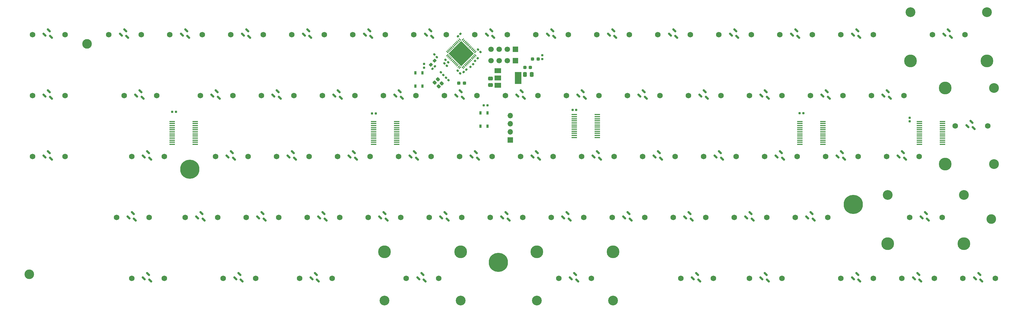
<source format=gbr>
%TF.GenerationSoftware,KiCad,Pcbnew,9.0.3*%
%TF.CreationDate,2025-10-13T22:17:33+02:00*%
%TF.ProjectId,macrolev,6d616372-6f6c-4657-962e-6b696361645f,1.0*%
%TF.SameCoordinates,Original*%
%TF.FileFunction,Soldermask,Bot*%
%TF.FilePolarity,Negative*%
%FSLAX46Y46*%
G04 Gerber Fmt 4.6, Leading zero omitted, Abs format (unit mm)*
G04 Created by KiCad (PCBNEW 9.0.3) date 2025-10-13 22:17:33*
%MOMM*%
%LPD*%
G01*
G04 APERTURE LIST*
G04 Aperture macros list*
%AMRoundRect*
0 Rectangle with rounded corners*
0 $1 Rounding radius*
0 $2 $3 $4 $5 $6 $7 $8 $9 X,Y pos of 4 corners*
0 Add a 4 corners polygon primitive as box body*
4,1,4,$2,$3,$4,$5,$6,$7,$8,$9,$2,$3,0*
0 Add four circle primitives for the rounded corners*
1,1,$1+$1,$2,$3*
1,1,$1+$1,$4,$5*
1,1,$1+$1,$6,$7*
1,1,$1+$1,$8,$9*
0 Add four rect primitives between the rounded corners*
20,1,$1+$1,$2,$3,$4,$5,0*
20,1,$1+$1,$4,$5,$6,$7,0*
20,1,$1+$1,$6,$7,$8,$9,0*
20,1,$1+$1,$8,$9,$2,$3,0*%
%AMRotRect*
0 Rectangle, with rotation*
0 The origin of the aperture is its center*
0 $1 length*
0 $2 width*
0 $3 Rotation angle, in degrees counterclockwise*
0 Add horizontal line*
21,1,$1,$2,0,0,$3*%
G04 Aperture macros list end*
%ADD10RoundRect,0.250000X0.406586X-0.053033X-0.053033X0.406586X-0.406586X0.053033X0.053033X-0.406586X0*%
%ADD11C,1.750000*%
%ADD12RoundRect,0.155000X0.259862X-0.040659X-0.040659X0.259862X-0.259862X0.040659X0.040659X-0.259862X0*%
%ADD13RoundRect,0.155000X-0.259862X0.040659X0.040659X-0.259862X0.259862X-0.040659X-0.040659X0.259862X0*%
%ADD14C,3.048000*%
%ADD15C,3.987800*%
%ADD16R,1.700000X1.700000*%
%ADD17C,1.700000*%
%ADD18RoundRect,0.150000X-0.521491X0.309359X0.309359X-0.521491X0.521491X-0.309359X-0.309359X0.521491X0*%
%ADD19RoundRect,0.155000X0.155000X-0.212500X0.155000X0.212500X-0.155000X0.212500X-0.155000X-0.212500X0*%
%ADD20C,3.400000*%
%ADD21C,6.000000*%
%ADD22RoundRect,0.237500X0.300000X0.237500X-0.300000X0.237500X-0.300000X-0.237500X0.300000X-0.237500X0*%
%ADD23RoundRect,0.155000X-0.212500X-0.155000X0.212500X-0.155000X0.212500X0.155000X-0.212500X0.155000X0*%
%ADD24RoundRect,0.250000X-0.475000X0.337500X-0.475000X-0.337500X0.475000X-0.337500X0.475000X0.337500X0*%
%ADD25RoundRect,0.160000X-0.197500X-0.160000X0.197500X-0.160000X0.197500X0.160000X-0.197500X0.160000X0*%
%ADD26C,3.000000*%
%ADD27O,1.700000X1.700000*%
%ADD28RoundRect,0.155000X-0.040659X-0.259862X0.259862X0.040659X0.040659X0.259862X-0.259862X-0.040659X0*%
%ADD29RoundRect,0.160000X-0.026517X-0.252791X0.252791X0.026517X0.026517X0.252791X-0.252791X-0.026517X0*%
%ADD30R,2.000000X1.500000*%
%ADD31R,2.000000X3.800000*%
%ADD32RoundRect,0.155000X0.040659X0.259862X-0.259862X-0.040659X-0.040659X-0.259862X0.259862X0.040659X0*%
%ADD33RoundRect,0.160000X0.026517X0.252791X-0.252791X-0.026517X-0.026517X-0.252791X0.252791X0.026517X0*%
%ADD34RoundRect,0.237500X0.287500X0.237500X-0.287500X0.237500X-0.287500X-0.237500X0.287500X-0.237500X0*%
%ADD35R,1.750000X0.450000*%
%ADD36R,0.650000X1.050000*%
%ADD37RoundRect,0.250000X-0.337500X-0.475000X0.337500X-0.475000X0.337500X0.475000X-0.337500X0.475000X0*%
%ADD38RoundRect,0.155000X0.212500X0.155000X-0.212500X0.155000X-0.212500X-0.155000X0.212500X-0.155000X0*%
%ADD39RoundRect,0.237500X0.035355X0.371231X-0.371231X-0.035355X-0.035355X-0.371231X0.371231X0.035355X0*%
%ADD40RoundRect,0.160000X0.160000X-0.197500X0.160000X0.197500X-0.160000X0.197500X-0.160000X-0.197500X0*%
%ADD41RoundRect,0.062500X-0.220971X-0.309359X0.309359X0.220971X0.220971X0.309359X-0.309359X-0.220971X0*%
%ADD42RoundRect,0.062500X0.220971X-0.309359X0.309359X-0.220971X-0.220971X0.309359X-0.309359X0.220971X0*%
%ADD43RotRect,5.600000X5.600000X45.000000*%
%ADD44RoundRect,0.160000X-0.160000X0.197500X-0.160000X-0.197500X0.160000X-0.197500X0.160000X0.197500X0*%
G04 APERTURE END LIST*
D10*
%TO.C,Y1*%
X161712348Y-56213693D03*
X160474911Y-54976256D03*
X161464860Y-53986307D03*
X162702297Y-55223744D03*
%TD*%
D11*
%TO.C,t*%
X173667500Y-59050000D03*
X163507500Y-59050000D03*
%TD*%
D12*
%TO.C,C13*%
X162389402Y-51799579D03*
X163191968Y-52602145D03*
%TD*%
D13*
%TO.C,C12*%
X164818314Y-54228491D03*
X164015748Y-53425925D03*
%TD*%
D11*
%TO.C,( 5*%
X153982500Y-40000000D03*
X164142500Y-40000000D03*
%TD*%
%TO.C,enter*%
X323051250Y-68575000D03*
X333211250Y-68575000D03*
%TD*%
%TO.C,a*%
X87307500Y-59050000D03*
X97467500Y-59050000D03*
%TD*%
%TO.C,e*%
X125407500Y-59050000D03*
X135567500Y-59050000D03*
%TD*%
%TO.C,q*%
X92070000Y-78100000D03*
X102230000Y-78100000D03*
%TD*%
%TO.C,m*%
X263520000Y-78100000D03*
X273680000Y-78100000D03*
%TD*%
%TO.C,; .*%
X234945000Y-97150000D03*
X245105000Y-97150000D03*
%TD*%
%TO.C,j*%
X206370000Y-78100000D03*
X216530000Y-78100000D03*
%TD*%
%TO.C,$ \u002A \u20AC*%
X296857500Y-59050000D03*
X307017500Y-59050000D03*
%TD*%
%TO.C,backspace*%
X315920000Y-40000000D03*
X326080000Y-40000000D03*
%TD*%
%TO.C,y*%
X182557500Y-59050000D03*
X192717500Y-59050000D03*
%TD*%
%TO.C,= +*%
X273045000Y-97150000D03*
X283205000Y-97150000D03*
%TD*%
%TO.C,: /*%
X253995000Y-97150000D03*
X264155000Y-97150000D03*
%TD*%
%TO.C,rshift*%
X308763750Y-97150000D03*
X318923750Y-97150000D03*
%TD*%
D14*
%TO.C,REF\u002A\u002A*%
X216212500Y-123185000D03*
D15*
X216212500Y-107945000D03*
D14*
X192400000Y-123185000D03*
D15*
X192400000Y-107945000D03*
%TD*%
D11*
%TO.C,\u00F9 \u0025*%
X282570000Y-78100000D03*
X292730000Y-78100000D03*
%TD*%
%TO.C,left*%
X287332500Y-116200000D03*
X297492500Y-116200000D03*
%TD*%
%TO.C,f*%
X149220000Y-78100000D03*
X159380000Y-78100000D03*
%TD*%
%TO.C,caps lock*%
X65876250Y-78100000D03*
X76036250Y-78100000D03*
%TD*%
%TO.C,n*%
X196845000Y-97150000D03*
X207005000Y-97150000D03*
%TD*%
%TO.C,` \u00A3*%
X301620000Y-78100000D03*
X311780000Y-78100000D03*
%TD*%
%TO.C,r*%
X144457500Y-59050000D03*
X154617500Y-59050000D03*
%TD*%
%TO.C,p*%
X258757500Y-59050000D03*
X268917500Y-59050000D03*
%TD*%
%TO.C,& 1*%
X77782500Y-40000000D03*
X87942500Y-40000000D03*
%TD*%
%TO.C,v*%
X158745000Y-97150000D03*
X168905000Y-97150000D03*
%TD*%
%TO.C,down*%
X306382500Y-116200000D03*
X316542500Y-116200000D03*
%TD*%
%TO.C,- _*%
X287332500Y-40000000D03*
X297492500Y-40000000D03*
%TD*%
%TO.C,c*%
X139695000Y-97150000D03*
X149855000Y-97150000D03*
%TD*%
D14*
%TO.C,REF\u002A\u002A*%
X301937500Y-90165000D03*
D15*
X301937500Y-105405000D03*
D14*
X325750000Y-90165000D03*
D15*
X325750000Y-105405000D03*
%TD*%
D16*
%TO.C,REF\u002A\u002A*%
X185722386Y-48144393D03*
D17*
X183182386Y-48144393D03*
X180642386Y-48144393D03*
X178102386Y-48144393D03*
%TD*%
D11*
%TO.C,s*%
X111120000Y-78100000D03*
X121280000Y-78100000D03*
%TD*%
%TO.C,d*%
X130170000Y-78100000D03*
X140330000Y-78100000D03*
%TD*%
D14*
%TO.C,REF\u002A\u002A*%
X168587500Y-123185000D03*
D15*
X168587500Y-107945000D03*
D14*
X144775000Y-123185000D03*
D15*
X144775000Y-107945000D03*
%TD*%
D11*
%TO.C,right*%
X325432500Y-116200000D03*
X335592500Y-116200000D03*
%TD*%
%TO.C,ctrl*%
X65876250Y-116200000D03*
X76036250Y-116200000D03*
%TD*%
%TO.C,< >*%
X82545000Y-97150000D03*
X92705000Y-97150000D03*
%TD*%
%TO.C,h*%
X187320000Y-78100000D03*
X197480000Y-78100000D03*
%TD*%
%TO.C,u*%
X201607500Y-59050000D03*
X211767500Y-59050000D03*
%TD*%
%TO.C,i*%
X220657500Y-59050000D03*
X230817500Y-59050000D03*
%TD*%
%TO.C,esc*%
X34920000Y-40000000D03*
X45080000Y-40000000D03*
%TD*%
%TO.C,l*%
X244470000Y-78100000D03*
X254630000Y-78100000D03*
%TD*%
%TO.C,! 8*%
X211132500Y-40000000D03*
X221292500Y-40000000D03*
%TD*%
D14*
%TO.C,REF\u002A\u002A*%
X309081250Y-33015000D03*
D15*
X309081250Y-48255000D03*
D14*
X332893750Y-33015000D03*
D15*
X332893750Y-48255000D03*
%TD*%
D11*
%TO.C,\u002C ?*%
X215895000Y-97150000D03*
X226055000Y-97150000D03*
%TD*%
%TO.C,\u00E9 2*%
X96832500Y-40000000D03*
X106992500Y-40000000D03*
%TD*%
%TO.C,lspace*%
X151601250Y-116200000D03*
X161761250Y-116200000D03*
%TD*%
%TO.C,fn*%
X34920000Y-78100000D03*
X45080000Y-78100000D03*
%TD*%
D15*
%TO.C,REF\u002A\u002A*%
X319876250Y-56668750D03*
X319876250Y-80481250D03*
D14*
X335116250Y-56668750D03*
X335116250Y-80481250D03*
%TD*%
D11*
%TO.C,\u00A7 6*%
X173032500Y-40000000D03*
X183192500Y-40000000D03*
%TD*%
%TO.C,\u00E0 0*%
X249232500Y-40000000D03*
X259392500Y-40000000D03*
%TD*%
%TO.C,option*%
X94451250Y-116200000D03*
X104611250Y-116200000D03*
%TD*%
%TO.C,b*%
X177795000Y-97150000D03*
X187955000Y-97150000D03*
%TD*%
%TO.C,tab*%
X63495000Y-59050000D03*
X73655000Y-59050000D03*
%TD*%
%TO.C," 3*%
X115882500Y-40000000D03*
X126042500Y-40000000D03*
%TD*%
%TO.C,option*%
X258757500Y-116200000D03*
X268917500Y-116200000D03*
%TD*%
%TO.C,w*%
X101595000Y-97150000D03*
X111755000Y-97150000D03*
%TD*%
%TO.C,cmd*%
X118263750Y-116200000D03*
X128423750Y-116200000D03*
%TD*%
%TO.C,' 4*%
X134932500Y-40000000D03*
X145092500Y-40000000D03*
%TD*%
%TO.C,x*%
X120645000Y-97150000D03*
X130805000Y-97150000D03*
%TD*%
%TO.C,g*%
X168270000Y-78100000D03*
X178430000Y-78100000D03*
%TD*%
%TO.C,^ \u00A8*%
X277807500Y-59050000D03*
X287967500Y-59050000D03*
%TD*%
%TO.C,@ #*%
X58732500Y-40000000D03*
X68892500Y-40000000D03*
%TD*%
%TO.C,cmd*%
X237320000Y-116200000D03*
X247480000Y-116200000D03*
%TD*%
%TO.C,lshift*%
X61113750Y-97150000D03*
X71273750Y-97150000D03*
%TD*%
%TO.C,k*%
X225420000Y-78100000D03*
X235580000Y-78100000D03*
%TD*%
%TO.C,fn2*%
X34920000Y-59050000D03*
X45080000Y-59050000D03*
%TD*%
%TO.C,) \u00B0*%
X268282500Y-40000000D03*
X278442500Y-40000000D03*
%TD*%
D16*
%TO.C,REF\u002A\u002A*%
X185725026Y-44550517D03*
D17*
X183185026Y-44550517D03*
X180645026Y-44550517D03*
X178105026Y-44550517D03*
%TD*%
D11*
%TO.C,rspace*%
X199226250Y-116200000D03*
X209386250Y-116200000D03*
%TD*%
%TO.C,\u00E7 9*%
X230182500Y-40000000D03*
X240342500Y-40000000D03*
%TD*%
%TO.C,\u00E8 7*%
X192082500Y-40000000D03*
X202242500Y-40000000D03*
%TD*%
%TO.C,o*%
X239707500Y-59050000D03*
X249867500Y-59050000D03*
%TD*%
%TO.C,z*%
X106357500Y-59050000D03*
X116517500Y-59050000D03*
%TD*%
D18*
%TO.C,U36*%
X152965336Y-78108839D03*
X154308839Y-76765336D03*
X154962913Y-78762913D03*
%TD*%
D19*
%TO.C,C16*%
X308800000Y-67117500D03*
X308800000Y-65982500D03*
%TD*%
D18*
%TO.C,U62*%
X202971586Y-116208839D03*
X204315089Y-114865336D03*
X204969163Y-116862913D03*
%TD*%
D20*
%TO.C,REF\u002A\u002A*%
X291200000Y-93100000D03*
D21*
X291200000Y-93100000D03*
%TD*%
D18*
%TO.C,U42*%
X267265336Y-78108839D03*
X268608839Y-76765336D03*
X269262913Y-78762913D03*
%TD*%
%TO.C,U48*%
X124390336Y-97158839D03*
X125733839Y-95815336D03*
X126387913Y-97812913D03*
%TD*%
%TO.C,U45*%
X64859086Y-97158839D03*
X66202589Y-95815336D03*
X66856663Y-97812913D03*
%TD*%
D22*
%TO.C,C1*%
X169750000Y-55175000D03*
X168025000Y-55175000D03*
%TD*%
D18*
%TO.C,U50*%
X162490336Y-97158839D03*
X163833839Y-95815336D03*
X164487913Y-97812913D03*
%TD*%
%TO.C,U2*%
X62477836Y-40008839D03*
X63821339Y-38665336D03*
X64475413Y-40662913D03*
%TD*%
%TO.C,U58*%
X69621586Y-116208839D03*
X70965089Y-114865336D03*
X71619163Y-116862913D03*
%TD*%
%TO.C,U29*%
X300602836Y-59058839D03*
X301946339Y-57715336D03*
X302600413Y-59712913D03*
%TD*%
%TO.C,U23*%
X186302836Y-59058839D03*
X187646339Y-57715336D03*
X188300413Y-59712913D03*
%TD*%
%TO.C,U59*%
X98196586Y-116208839D03*
X99540089Y-114865336D03*
X100194163Y-116862913D03*
%TD*%
%TO.C,U22*%
X167252836Y-59058839D03*
X168596339Y-57715336D03*
X169250413Y-59712913D03*
%TD*%
D23*
%TO.C,C17*%
X78532500Y-64150000D03*
X79667500Y-64150000D03*
%TD*%
D18*
%TO.C,U18*%
X91052836Y-59058839D03*
X92396339Y-57715336D03*
X93050413Y-59712913D03*
%TD*%
%TO.C,U21*%
X148202836Y-59058839D03*
X149546339Y-57715336D03*
X150200413Y-59712913D03*
%TD*%
D24*
%TO.C,C11*%
X177925000Y-53690832D03*
X177925000Y-55765832D03*
%TD*%
D18*
%TO.C,U28*%
X281552836Y-59058839D03*
X282896339Y-57715336D03*
X283550413Y-59712913D03*
%TD*%
%TO.C,U43*%
X286315336Y-78108839D03*
X287658839Y-76765336D03*
X288312913Y-78762913D03*
%TD*%
%TO.C,U60*%
X122009086Y-116208839D03*
X123352589Y-114865336D03*
X124006663Y-116862913D03*
%TD*%
D13*
%TO.C,C2*%
X167656255Y-51301586D03*
X168458821Y-52104152D03*
%TD*%
D18*
%TO.C,U51*%
X181540336Y-97158839D03*
X182883839Y-95815336D03*
X183537913Y-97812913D03*
%TD*%
%TO.C,U55*%
X257740336Y-97158839D03*
X259083839Y-95815336D03*
X259737913Y-97812913D03*
%TD*%
%TO.C,U30*%
X326796586Y-68583839D03*
X328140089Y-67240336D03*
X328794163Y-69237913D03*
%TD*%
%TO.C,U8*%
X176777836Y-40008839D03*
X178121339Y-38665336D03*
X178775413Y-40662913D03*
%TD*%
D25*
%TO.C,R4*%
X175802500Y-62075000D03*
X176997500Y-62075000D03*
%TD*%
D18*
%TO.C,U1*%
X38665336Y-40008839D03*
X40008839Y-38665336D03*
X40662913Y-40662913D03*
%TD*%
%TO.C,U61*%
X155346586Y-116208839D03*
X156690089Y-114865336D03*
X157344163Y-116862913D03*
%TD*%
D23*
%TO.C,C15*%
X274432500Y-64550000D03*
X275567500Y-64550000D03*
%TD*%
D26*
%TO.C,FID2*%
X51906250Y-42857500D03*
%TD*%
D18*
%TO.C,U27*%
X262502836Y-59058839D03*
X263846339Y-57715336D03*
X264500413Y-59712913D03*
%TD*%
%TO.C,U19*%
X110102836Y-59058839D03*
X111446339Y-57715336D03*
X112100413Y-59712913D03*
%TD*%
%TO.C,U5*%
X119627836Y-40008839D03*
X120971339Y-38665336D03*
X121625413Y-40662913D03*
%TD*%
%TO.C,U47*%
X105340336Y-97158839D03*
X106683839Y-95815336D03*
X107337913Y-97812913D03*
%TD*%
%TO.C,U34*%
X114865336Y-78108839D03*
X116208839Y-76765336D03*
X116862913Y-78762913D03*
%TD*%
D16*
%TO.C,J2*%
X184075000Y-72945000D03*
D27*
X184075000Y-70405000D03*
X184075000Y-67865000D03*
X184075000Y-65325000D03*
%TD*%
D18*
%TO.C,U66*%
X310127836Y-116208839D03*
X311471339Y-114865336D03*
X312125413Y-116862913D03*
%TD*%
%TO.C,U26*%
X243452836Y-59058839D03*
X244796339Y-57715336D03*
X245450413Y-59712913D03*
%TD*%
D28*
%TO.C,C3*%
X169562749Y-51709411D03*
X170365315Y-50906845D03*
%TD*%
D26*
%TO.C,FID1*%
X33850000Y-114900000D03*
%TD*%
D29*
%TO.C,R2*%
X171627501Y-50068923D03*
X172472493Y-49223931D03*
%TD*%
D18*
%TO.C,U6*%
X138677836Y-40008839D03*
X140021339Y-38665336D03*
X140675413Y-40662913D03*
%TD*%
%TO.C,U64*%
X262502836Y-116208839D03*
X263846339Y-114865336D03*
X264500413Y-116862913D03*
%TD*%
D30*
%TO.C,U68*%
X180225000Y-55850000D03*
X180225000Y-53550000D03*
D31*
X186525000Y-53550000D03*
D30*
X180225000Y-51250000D03*
%TD*%
D13*
%TO.C,C6*%
X163873234Y-47872118D03*
X164675800Y-48674684D03*
%TD*%
D32*
%TO.C,C8*%
X160550000Y-49875000D03*
X159747434Y-50677566D03*
%TD*%
D33*
%TO.C,R1*%
X173886707Y-47385454D03*
X173041715Y-48230446D03*
%TD*%
D18*
%TO.C,U56*%
X276790336Y-97158839D03*
X278133839Y-95815336D03*
X278787913Y-97812913D03*
%TD*%
%TO.C,U63*%
X241071586Y-116208839D03*
X242415089Y-114865336D03*
X243069163Y-116862913D03*
%TD*%
D34*
%TO.C,FB2*%
X190375000Y-50250000D03*
X188625000Y-50250000D03*
%TD*%
D18*
%TO.C,U20*%
X129152836Y-59058839D03*
X130496339Y-57715336D03*
X131150413Y-59712913D03*
%TD*%
%TO.C,U7*%
X157727836Y-40008839D03*
X159071339Y-38665336D03*
X159725413Y-40662913D03*
%TD*%
D35*
%TO.C,AMUX4*%
X319082500Y-67140000D03*
X319082500Y-67790000D03*
X319082500Y-68440000D03*
X319082500Y-69090000D03*
X319082500Y-69740000D03*
X319082500Y-70390000D03*
X319082500Y-71040000D03*
X319082500Y-71690000D03*
X319082500Y-72340000D03*
X319082500Y-72990000D03*
X319082500Y-73640000D03*
X319082500Y-74290000D03*
X311882500Y-74290000D03*
X311882500Y-73640000D03*
X311882500Y-72990000D03*
X311882500Y-72340000D03*
X311882500Y-71690000D03*
X311882500Y-71040000D03*
X311882500Y-70390000D03*
X311882500Y-69740000D03*
X311882500Y-69090000D03*
X311882500Y-68440000D03*
X311882500Y-67790000D03*
X311882500Y-67140000D03*
%TD*%
D18*
%TO.C,U52*%
X200590336Y-97158839D03*
X201933839Y-95815336D03*
X202587913Y-97812913D03*
%TD*%
%TO.C,U14*%
X291077836Y-40008839D03*
X292421339Y-38665336D03*
X293075413Y-40662913D03*
%TD*%
%TO.C,U33*%
X95815336Y-78108839D03*
X97158839Y-76765336D03*
X97812913Y-78762913D03*
%TD*%
%TO.C,U44*%
X305365336Y-78108839D03*
X306708839Y-76765336D03*
X307362913Y-78762913D03*
%TD*%
D35*
%TO.C,AMUX3*%
X281725000Y-67140000D03*
X281725000Y-67790000D03*
X281725000Y-68440000D03*
X281725000Y-69090000D03*
X281725000Y-69740000D03*
X281725000Y-70390000D03*
X281725000Y-71040000D03*
X281725000Y-71690000D03*
X281725000Y-72340000D03*
X281725000Y-72990000D03*
X281725000Y-73640000D03*
X281725000Y-74290000D03*
X274525000Y-74290000D03*
X274525000Y-73640000D03*
X274525000Y-72990000D03*
X274525000Y-72340000D03*
X274525000Y-71690000D03*
X274525000Y-71040000D03*
X274525000Y-70390000D03*
X274525000Y-69740000D03*
X274525000Y-69090000D03*
X274525000Y-68440000D03*
X274525000Y-67790000D03*
X274525000Y-67140000D03*
%TD*%
D18*
%TO.C,U16*%
X38665336Y-59058839D03*
X40008839Y-57715336D03*
X40662913Y-59712913D03*
%TD*%
D36*
%TO.C,SW2*%
X174800000Y-64475000D03*
X174800000Y-68625000D03*
X176950000Y-64475000D03*
X176950000Y-68625000D03*
%TD*%
D18*
%TO.C,U12*%
X252977836Y-40008839D03*
X254321339Y-38665336D03*
X254975413Y-40662913D03*
%TD*%
D37*
%TO.C,C10*%
X188687500Y-52450000D03*
X190762500Y-52450000D03*
%TD*%
D18*
%TO.C,U38*%
X191065336Y-78108839D03*
X192408839Y-76765336D03*
X193062913Y-78762913D03*
%TD*%
D38*
%TO.C,C14*%
X204667500Y-63500000D03*
X203532500Y-63500000D03*
%TD*%
D18*
%TO.C,U54*%
X238690336Y-97158839D03*
X240033839Y-95815336D03*
X240687913Y-97812913D03*
%TD*%
%TO.C,U49*%
X143440336Y-97158839D03*
X144783839Y-95815336D03*
X145437913Y-97812913D03*
%TD*%
%TO.C,U9*%
X195827836Y-40008839D03*
X197171339Y-38665336D03*
X197825413Y-40662913D03*
%TD*%
D34*
%TO.C,D1*%
X192775000Y-47600000D03*
X191025000Y-47600000D03*
%TD*%
D18*
%TO.C,U37*%
X172015336Y-78108839D03*
X173358839Y-76765336D03*
X174012913Y-78762913D03*
%TD*%
D32*
%TO.C,C5*%
X168526283Y-39723717D03*
X167723717Y-40526283D03*
%TD*%
D39*
%TO.C,FB1*%
X160493718Y-48131282D03*
X159256282Y-49368718D03*
%TD*%
D18*
%TO.C,U3*%
X81527836Y-40008839D03*
X82871339Y-38665336D03*
X83525413Y-40662913D03*
%TD*%
%TO.C,U25*%
X224402836Y-59058839D03*
X225746339Y-57715336D03*
X226400413Y-59712913D03*
%TD*%
D12*
%TO.C,C9*%
X164307178Y-49752493D03*
X163504612Y-48949927D03*
%TD*%
D18*
%TO.C,U39*%
X210115336Y-78108839D03*
X211458839Y-76765336D03*
X212112913Y-78762913D03*
%TD*%
%TO.C,U46*%
X86290336Y-97158839D03*
X87633839Y-95815336D03*
X88287913Y-97812913D03*
%TD*%
D20*
%TO.C,REF\u002A\u002A*%
X84000000Y-82100000D03*
D21*
X84000000Y-82100000D03*
%TD*%
D18*
%TO.C,U57*%
X312509086Y-97158839D03*
X313852589Y-95815336D03*
X314506663Y-97812913D03*
%TD*%
%TO.C,U17*%
X67240336Y-59058839D03*
X68583839Y-57715336D03*
X69237913Y-59712913D03*
%TD*%
%TO.C,U10*%
X214877836Y-40008839D03*
X216221339Y-38665336D03*
X216875413Y-40662913D03*
%TD*%
%TO.C,U31*%
X38665336Y-78108839D03*
X40008839Y-76765336D03*
X40662913Y-78762913D03*
%TD*%
%TO.C,U65*%
X291077836Y-116208839D03*
X292421339Y-114865336D03*
X293075413Y-116862913D03*
%TD*%
%TO.C,U13*%
X272027836Y-40008839D03*
X273371339Y-38665336D03*
X274025413Y-40662913D03*
%TD*%
D12*
%TO.C,C7*%
X161151283Y-47026283D03*
X160348717Y-46223717D03*
%TD*%
D36*
%TO.C,SW1*%
X154475000Y-51975000D03*
X154475000Y-56125000D03*
X156625000Y-51975000D03*
X156625000Y-56125000D03*
%TD*%
D18*
%TO.C,U40*%
X229165336Y-78108839D03*
X230508839Y-76765336D03*
X231162913Y-78762913D03*
%TD*%
D40*
%TO.C,R5*%
X194100000Y-47597500D03*
X194100000Y-46402500D03*
%TD*%
D18*
%TO.C,U35*%
X133915336Y-78108839D03*
X135258839Y-76765336D03*
X135912913Y-78762913D03*
%TD*%
%TO.C,U15*%
X319652836Y-40008839D03*
X320996339Y-38665336D03*
X321650413Y-40662913D03*
%TD*%
%TO.C,U11*%
X233927836Y-40008839D03*
X235271339Y-38665336D03*
X235925413Y-40662913D03*
%TD*%
D35*
%TO.C,AMUX0*%
X85720000Y-67140000D03*
X85720000Y-67790000D03*
X85720000Y-68440000D03*
X85720000Y-69090000D03*
X85720000Y-69740000D03*
X85720000Y-70390000D03*
X85720000Y-71040000D03*
X85720000Y-71690000D03*
X85720000Y-72340000D03*
X85720000Y-72990000D03*
X85720000Y-73640000D03*
X85720000Y-74290000D03*
X78520000Y-74290000D03*
X78520000Y-73640000D03*
X78520000Y-72990000D03*
X78520000Y-72340000D03*
X78520000Y-71690000D03*
X78520000Y-71040000D03*
X78520000Y-70390000D03*
X78520000Y-69740000D03*
X78520000Y-69090000D03*
X78520000Y-68440000D03*
X78520000Y-67790000D03*
X78520000Y-67140000D03*
%TD*%
D18*
%TO.C,U4*%
X100577836Y-40008839D03*
X101921339Y-38665336D03*
X102575413Y-40662913D03*
%TD*%
D35*
%TO.C,AMUX2*%
X211240000Y-65000000D03*
X211240000Y-65650000D03*
X211240000Y-66300000D03*
X211240000Y-66950000D03*
X211240000Y-67600000D03*
X211240000Y-68250000D03*
X211240000Y-68900000D03*
X211240000Y-69550000D03*
X211240000Y-70200000D03*
X211240000Y-70850000D03*
X211240000Y-71500000D03*
X211240000Y-72150000D03*
X204040000Y-72150000D03*
X204040000Y-71500000D03*
X204040000Y-70850000D03*
X204040000Y-70200000D03*
X204040000Y-69550000D03*
X204040000Y-68900000D03*
X204040000Y-68250000D03*
X204040000Y-67600000D03*
X204040000Y-66950000D03*
X204040000Y-66300000D03*
X204040000Y-65650000D03*
X204040000Y-65000000D03*
%TD*%
D41*
%TO.C,U69*%
X168313864Y-50315172D03*
X167960311Y-49961619D03*
X167606757Y-49608065D03*
X167253204Y-49254512D03*
X166899651Y-48900959D03*
X166546097Y-48547405D03*
X166192544Y-48193852D03*
X165838990Y-47840298D03*
X165485437Y-47486745D03*
X165131884Y-47133192D03*
X164778330Y-46779638D03*
X164424777Y-46426085D03*
D42*
X164424777Y-45453813D03*
X164778330Y-45100260D03*
X165131884Y-44746706D03*
X165485437Y-44393153D03*
X165838990Y-44039600D03*
X166192544Y-43686046D03*
X166546097Y-43332493D03*
X166899651Y-42978939D03*
X167253204Y-42625386D03*
X167606757Y-42271833D03*
X167960311Y-41918279D03*
X168313864Y-41564726D03*
D41*
X169286136Y-41564726D03*
X169639689Y-41918279D03*
X169993243Y-42271833D03*
X170346796Y-42625386D03*
X170700349Y-42978939D03*
X171053903Y-43332493D03*
X171407456Y-43686046D03*
X171761010Y-44039600D03*
X172114563Y-44393153D03*
X172468116Y-44746706D03*
X172821670Y-45100260D03*
X173175223Y-45453813D03*
D42*
X173175223Y-46426085D03*
X172821670Y-46779638D03*
X172468116Y-47133192D03*
X172114563Y-47486745D03*
X171761010Y-47840298D03*
X171407456Y-48193852D03*
X171053903Y-48547405D03*
X170700349Y-48900959D03*
X170346796Y-49254512D03*
X169993243Y-49608065D03*
X169639689Y-49961619D03*
X169286136Y-50315172D03*
D43*
X168800000Y-45939949D03*
%TD*%
D44*
%TO.C,R3*%
X157200000Y-49152500D03*
X157200000Y-50347500D03*
%TD*%
D18*
%TO.C,U24*%
X205352836Y-59058839D03*
X206696339Y-57715336D03*
X207350413Y-59712913D03*
%TD*%
%TO.C,U41*%
X248215336Y-78108839D03*
X249558839Y-76765336D03*
X250212913Y-78762913D03*
%TD*%
%TO.C,U67*%
X329177836Y-116208839D03*
X330521339Y-114865336D03*
X331175413Y-116862913D03*
%TD*%
D35*
%TO.C,AMUX1*%
X148585000Y-67140000D03*
X148585000Y-67790000D03*
X148585000Y-68440000D03*
X148585000Y-69090000D03*
X148585000Y-69740000D03*
X148585000Y-70390000D03*
X148585000Y-71040000D03*
X148585000Y-71690000D03*
X148585000Y-72340000D03*
X148585000Y-72990000D03*
X148585000Y-73640000D03*
X148585000Y-74290000D03*
X141385000Y-74290000D03*
X141385000Y-73640000D03*
X141385000Y-72990000D03*
X141385000Y-72340000D03*
X141385000Y-71690000D03*
X141385000Y-71040000D03*
X141385000Y-70390000D03*
X141385000Y-69740000D03*
X141385000Y-69090000D03*
X141385000Y-68440000D03*
X141385000Y-67790000D03*
X141385000Y-67140000D03*
%TD*%
D23*
%TO.C,C18*%
X140932500Y-64600000D03*
X142067500Y-64600000D03*
%TD*%
D20*
%TO.C,REF\u002A\u002A*%
X180400000Y-111200000D03*
D21*
X180400000Y-111200000D03*
%TD*%
D12*
%TO.C,C4*%
X174801283Y-45451283D03*
X173998717Y-44648717D03*
%TD*%
D18*
%TO.C,U53*%
X219640336Y-97158839D03*
X220983839Y-95815336D03*
X221637913Y-97812913D03*
%TD*%
%TO.C,U32*%
X69621586Y-78108839D03*
X70965089Y-76765336D03*
X71619163Y-78762913D03*
%TD*%
D26*
%TO.C,FID3*%
X334322500Y-97626250D03*
%TD*%
M02*

</source>
